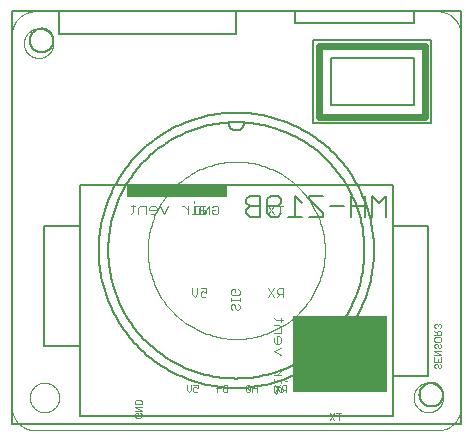
<source format=gbo>
G75*
%MOIN*%
%OFA0B0*%
%FSLAX25Y25*%
%IPPOS*%
%LPD*%
%AMOC8*
5,1,8,0,0,1.08239X$1,22.5*
%
%ADD10C,0.00000*%
%ADD11C,0.00200*%
%ADD12C,0.00500*%
%ADD13C,0.02362*%
%ADD14R,0.31496X0.25591*%
%ADD15R,0.33465X0.03937*%
%ADD16C,0.00300*%
%ADD17C,0.00600*%
%ADD18C,0.00394*%
D10*
X0009474Y0001600D02*
X0143332Y0001600D01*
X0143522Y0001602D01*
X0143712Y0001609D01*
X0143902Y0001621D01*
X0144092Y0001637D01*
X0144281Y0001657D01*
X0144470Y0001683D01*
X0144658Y0001712D01*
X0144845Y0001747D01*
X0145031Y0001786D01*
X0145216Y0001829D01*
X0145401Y0001877D01*
X0145584Y0001929D01*
X0145765Y0001985D01*
X0145945Y0002046D01*
X0146124Y0002112D01*
X0146301Y0002181D01*
X0146477Y0002255D01*
X0146650Y0002333D01*
X0146822Y0002416D01*
X0146991Y0002502D01*
X0147159Y0002592D01*
X0147324Y0002687D01*
X0147487Y0002785D01*
X0147647Y0002888D01*
X0147805Y0002994D01*
X0147960Y0003104D01*
X0148113Y0003217D01*
X0148263Y0003335D01*
X0148409Y0003456D01*
X0148553Y0003580D01*
X0148694Y0003708D01*
X0148832Y0003839D01*
X0148967Y0003974D01*
X0149098Y0004112D01*
X0149226Y0004253D01*
X0149350Y0004397D01*
X0149471Y0004543D01*
X0149589Y0004693D01*
X0149702Y0004846D01*
X0149812Y0005001D01*
X0149918Y0005159D01*
X0150021Y0005319D01*
X0150119Y0005482D01*
X0150214Y0005647D01*
X0150304Y0005815D01*
X0150390Y0005984D01*
X0150473Y0006156D01*
X0150551Y0006329D01*
X0150625Y0006505D01*
X0150694Y0006682D01*
X0150760Y0006861D01*
X0150821Y0007041D01*
X0150877Y0007222D01*
X0150929Y0007405D01*
X0150977Y0007590D01*
X0151020Y0007775D01*
X0151059Y0007961D01*
X0151094Y0008148D01*
X0151123Y0008336D01*
X0151149Y0008525D01*
X0151169Y0008714D01*
X0151185Y0008904D01*
X0151197Y0009094D01*
X0151204Y0009284D01*
X0151206Y0009474D01*
X0151206Y0133490D01*
X0151204Y0133680D01*
X0151197Y0133870D01*
X0151185Y0134060D01*
X0151169Y0134250D01*
X0151149Y0134439D01*
X0151123Y0134628D01*
X0151094Y0134816D01*
X0151059Y0135003D01*
X0151020Y0135189D01*
X0150977Y0135374D01*
X0150929Y0135559D01*
X0150877Y0135742D01*
X0150821Y0135923D01*
X0150760Y0136103D01*
X0150694Y0136282D01*
X0150625Y0136459D01*
X0150551Y0136635D01*
X0150473Y0136808D01*
X0150390Y0136980D01*
X0150304Y0137149D01*
X0150214Y0137317D01*
X0150119Y0137482D01*
X0150021Y0137645D01*
X0149918Y0137805D01*
X0149812Y0137963D01*
X0149702Y0138118D01*
X0149589Y0138271D01*
X0149471Y0138421D01*
X0149350Y0138567D01*
X0149226Y0138711D01*
X0149098Y0138852D01*
X0148967Y0138990D01*
X0148832Y0139125D01*
X0148694Y0139256D01*
X0148553Y0139384D01*
X0148409Y0139508D01*
X0148263Y0139629D01*
X0148113Y0139747D01*
X0147960Y0139860D01*
X0147805Y0139970D01*
X0147647Y0140076D01*
X0147487Y0140179D01*
X0147324Y0140277D01*
X0147159Y0140372D01*
X0146991Y0140462D01*
X0146822Y0140548D01*
X0146650Y0140631D01*
X0146477Y0140709D01*
X0146301Y0140783D01*
X0146124Y0140852D01*
X0145945Y0140918D01*
X0145765Y0140979D01*
X0145584Y0141035D01*
X0145401Y0141087D01*
X0145216Y0141135D01*
X0145031Y0141178D01*
X0144845Y0141217D01*
X0144658Y0141252D01*
X0144470Y0141281D01*
X0144281Y0141307D01*
X0144092Y0141327D01*
X0143902Y0141343D01*
X0143712Y0141355D01*
X0143522Y0141362D01*
X0143332Y0141364D01*
X0009474Y0141364D01*
X0009284Y0141362D01*
X0009094Y0141355D01*
X0008904Y0141343D01*
X0008714Y0141327D01*
X0008525Y0141307D01*
X0008336Y0141281D01*
X0008148Y0141252D01*
X0007961Y0141217D01*
X0007775Y0141178D01*
X0007590Y0141135D01*
X0007405Y0141087D01*
X0007222Y0141035D01*
X0007041Y0140979D01*
X0006861Y0140918D01*
X0006682Y0140852D01*
X0006505Y0140783D01*
X0006329Y0140709D01*
X0006156Y0140631D01*
X0005984Y0140548D01*
X0005815Y0140462D01*
X0005647Y0140372D01*
X0005482Y0140277D01*
X0005319Y0140179D01*
X0005159Y0140076D01*
X0005001Y0139970D01*
X0004846Y0139860D01*
X0004693Y0139747D01*
X0004543Y0139629D01*
X0004397Y0139508D01*
X0004253Y0139384D01*
X0004112Y0139256D01*
X0003974Y0139125D01*
X0003839Y0138990D01*
X0003708Y0138852D01*
X0003580Y0138711D01*
X0003456Y0138567D01*
X0003335Y0138421D01*
X0003217Y0138271D01*
X0003104Y0138118D01*
X0002994Y0137963D01*
X0002888Y0137805D01*
X0002785Y0137645D01*
X0002687Y0137482D01*
X0002592Y0137317D01*
X0002502Y0137149D01*
X0002416Y0136980D01*
X0002333Y0136808D01*
X0002255Y0136635D01*
X0002181Y0136459D01*
X0002112Y0136282D01*
X0002046Y0136103D01*
X0001985Y0135923D01*
X0001929Y0135742D01*
X0001877Y0135559D01*
X0001829Y0135374D01*
X0001786Y0135189D01*
X0001747Y0135003D01*
X0001712Y0134816D01*
X0001683Y0134628D01*
X0001657Y0134439D01*
X0001637Y0134250D01*
X0001621Y0134060D01*
X0001609Y0133870D01*
X0001602Y0133680D01*
X0001600Y0133490D01*
X0001600Y0009474D01*
X0001602Y0009284D01*
X0001609Y0009094D01*
X0001621Y0008904D01*
X0001637Y0008714D01*
X0001657Y0008525D01*
X0001683Y0008336D01*
X0001712Y0008148D01*
X0001747Y0007961D01*
X0001786Y0007775D01*
X0001829Y0007590D01*
X0001877Y0007405D01*
X0001929Y0007222D01*
X0001985Y0007041D01*
X0002046Y0006861D01*
X0002112Y0006682D01*
X0002181Y0006505D01*
X0002255Y0006329D01*
X0002333Y0006156D01*
X0002416Y0005984D01*
X0002502Y0005815D01*
X0002592Y0005647D01*
X0002687Y0005482D01*
X0002785Y0005319D01*
X0002888Y0005159D01*
X0002994Y0005001D01*
X0003104Y0004846D01*
X0003217Y0004693D01*
X0003335Y0004543D01*
X0003456Y0004397D01*
X0003580Y0004253D01*
X0003708Y0004112D01*
X0003839Y0003974D01*
X0003974Y0003839D01*
X0004112Y0003708D01*
X0004253Y0003580D01*
X0004397Y0003456D01*
X0004543Y0003335D01*
X0004693Y0003217D01*
X0004846Y0003104D01*
X0005001Y0002994D01*
X0005159Y0002888D01*
X0005319Y0002785D01*
X0005482Y0002687D01*
X0005647Y0002592D01*
X0005815Y0002502D01*
X0005984Y0002416D01*
X0006156Y0002333D01*
X0006329Y0002255D01*
X0006505Y0002181D01*
X0006682Y0002112D01*
X0006861Y0002046D01*
X0007041Y0001985D01*
X0007222Y0001929D01*
X0007405Y0001877D01*
X0007590Y0001829D01*
X0007775Y0001786D01*
X0007961Y0001747D01*
X0008148Y0001712D01*
X0008336Y0001683D01*
X0008525Y0001657D01*
X0008714Y0001637D01*
X0008904Y0001621D01*
X0009094Y0001609D01*
X0009284Y0001602D01*
X0009474Y0001600D01*
X0007537Y0012589D02*
X0007539Y0012729D01*
X0007545Y0012869D01*
X0007555Y0013008D01*
X0007569Y0013147D01*
X0007587Y0013286D01*
X0007608Y0013424D01*
X0007634Y0013562D01*
X0007664Y0013699D01*
X0007697Y0013834D01*
X0007735Y0013969D01*
X0007776Y0014103D01*
X0007821Y0014236D01*
X0007869Y0014367D01*
X0007922Y0014496D01*
X0007978Y0014625D01*
X0008037Y0014751D01*
X0008101Y0014876D01*
X0008167Y0014999D01*
X0008238Y0015120D01*
X0008311Y0015239D01*
X0008388Y0015356D01*
X0008469Y0015470D01*
X0008552Y0015582D01*
X0008639Y0015692D01*
X0008729Y0015800D01*
X0008821Y0015904D01*
X0008917Y0016006D01*
X0009016Y0016106D01*
X0009117Y0016202D01*
X0009221Y0016296D01*
X0009328Y0016386D01*
X0009437Y0016473D01*
X0009549Y0016558D01*
X0009663Y0016639D01*
X0009779Y0016717D01*
X0009897Y0016791D01*
X0010018Y0016862D01*
X0010140Y0016930D01*
X0010265Y0016994D01*
X0010391Y0017055D01*
X0010518Y0017112D01*
X0010648Y0017165D01*
X0010779Y0017215D01*
X0010911Y0017260D01*
X0011044Y0017303D01*
X0011179Y0017341D01*
X0011314Y0017375D01*
X0011451Y0017406D01*
X0011588Y0017433D01*
X0011726Y0017455D01*
X0011865Y0017474D01*
X0012004Y0017489D01*
X0012143Y0017500D01*
X0012283Y0017507D01*
X0012423Y0017510D01*
X0012563Y0017509D01*
X0012703Y0017504D01*
X0012842Y0017495D01*
X0012982Y0017482D01*
X0013121Y0017465D01*
X0013259Y0017444D01*
X0013397Y0017420D01*
X0013534Y0017391D01*
X0013670Y0017359D01*
X0013805Y0017322D01*
X0013939Y0017282D01*
X0014072Y0017238D01*
X0014203Y0017190D01*
X0014333Y0017139D01*
X0014462Y0017084D01*
X0014589Y0017025D01*
X0014714Y0016962D01*
X0014837Y0016897D01*
X0014959Y0016827D01*
X0015078Y0016754D01*
X0015196Y0016678D01*
X0015311Y0016599D01*
X0015424Y0016516D01*
X0015534Y0016430D01*
X0015642Y0016341D01*
X0015747Y0016249D01*
X0015850Y0016154D01*
X0015950Y0016056D01*
X0016047Y0015956D01*
X0016141Y0015852D01*
X0016233Y0015746D01*
X0016321Y0015638D01*
X0016406Y0015527D01*
X0016488Y0015413D01*
X0016567Y0015297D01*
X0016642Y0015180D01*
X0016714Y0015060D01*
X0016782Y0014938D01*
X0016847Y0014814D01*
X0016909Y0014688D01*
X0016967Y0014561D01*
X0017021Y0014432D01*
X0017072Y0014301D01*
X0017118Y0014169D01*
X0017161Y0014036D01*
X0017201Y0013902D01*
X0017236Y0013767D01*
X0017268Y0013630D01*
X0017295Y0013493D01*
X0017319Y0013355D01*
X0017339Y0013217D01*
X0017355Y0013078D01*
X0017367Y0012938D01*
X0017375Y0012799D01*
X0017379Y0012659D01*
X0017379Y0012519D01*
X0017375Y0012379D01*
X0017367Y0012240D01*
X0017355Y0012100D01*
X0017339Y0011961D01*
X0017319Y0011823D01*
X0017295Y0011685D01*
X0017268Y0011548D01*
X0017236Y0011411D01*
X0017201Y0011276D01*
X0017161Y0011142D01*
X0017118Y0011009D01*
X0017072Y0010877D01*
X0017021Y0010746D01*
X0016967Y0010617D01*
X0016909Y0010490D01*
X0016847Y0010364D01*
X0016782Y0010240D01*
X0016714Y0010118D01*
X0016642Y0009998D01*
X0016567Y0009881D01*
X0016488Y0009765D01*
X0016406Y0009651D01*
X0016321Y0009540D01*
X0016233Y0009432D01*
X0016141Y0009326D01*
X0016047Y0009222D01*
X0015950Y0009122D01*
X0015850Y0009024D01*
X0015747Y0008929D01*
X0015642Y0008837D01*
X0015534Y0008748D01*
X0015424Y0008662D01*
X0015311Y0008579D01*
X0015196Y0008500D01*
X0015078Y0008424D01*
X0014959Y0008351D01*
X0014837Y0008281D01*
X0014714Y0008216D01*
X0014589Y0008153D01*
X0014462Y0008094D01*
X0014333Y0008039D01*
X0014203Y0007988D01*
X0014072Y0007940D01*
X0013939Y0007896D01*
X0013805Y0007856D01*
X0013670Y0007819D01*
X0013534Y0007787D01*
X0013397Y0007758D01*
X0013259Y0007734D01*
X0013121Y0007713D01*
X0012982Y0007696D01*
X0012842Y0007683D01*
X0012703Y0007674D01*
X0012563Y0007669D01*
X0012423Y0007668D01*
X0012283Y0007671D01*
X0012143Y0007678D01*
X0012004Y0007689D01*
X0011865Y0007704D01*
X0011726Y0007723D01*
X0011588Y0007745D01*
X0011451Y0007772D01*
X0011314Y0007803D01*
X0011179Y0007837D01*
X0011044Y0007875D01*
X0010911Y0007918D01*
X0010779Y0007963D01*
X0010648Y0008013D01*
X0010518Y0008066D01*
X0010391Y0008123D01*
X0010265Y0008184D01*
X0010140Y0008248D01*
X0010018Y0008316D01*
X0009897Y0008387D01*
X0009779Y0008461D01*
X0009663Y0008539D01*
X0009549Y0008620D01*
X0009437Y0008705D01*
X0009328Y0008792D01*
X0009221Y0008882D01*
X0009117Y0008976D01*
X0009016Y0009072D01*
X0008917Y0009172D01*
X0008821Y0009274D01*
X0008729Y0009378D01*
X0008639Y0009486D01*
X0008552Y0009596D01*
X0008469Y0009708D01*
X0008388Y0009822D01*
X0008311Y0009939D01*
X0008238Y0010058D01*
X0008167Y0010179D01*
X0008101Y0010302D01*
X0008037Y0010427D01*
X0007978Y0010553D01*
X0007922Y0010682D01*
X0007869Y0010811D01*
X0007821Y0010942D01*
X0007776Y0011075D01*
X0007735Y0011209D01*
X0007697Y0011344D01*
X0007664Y0011479D01*
X0007634Y0011616D01*
X0007608Y0011754D01*
X0007587Y0011892D01*
X0007569Y0012031D01*
X0007555Y0012170D01*
X0007545Y0012309D01*
X0007539Y0012449D01*
X0007537Y0012589D01*
X0005586Y0130686D02*
X0005588Y0130826D01*
X0005594Y0130966D01*
X0005604Y0131105D01*
X0005618Y0131244D01*
X0005636Y0131383D01*
X0005657Y0131521D01*
X0005683Y0131659D01*
X0005713Y0131796D01*
X0005746Y0131931D01*
X0005784Y0132066D01*
X0005825Y0132200D01*
X0005870Y0132333D01*
X0005918Y0132464D01*
X0005971Y0132593D01*
X0006027Y0132722D01*
X0006086Y0132848D01*
X0006150Y0132973D01*
X0006216Y0133096D01*
X0006287Y0133217D01*
X0006360Y0133336D01*
X0006437Y0133453D01*
X0006518Y0133567D01*
X0006601Y0133679D01*
X0006688Y0133789D01*
X0006778Y0133897D01*
X0006870Y0134001D01*
X0006966Y0134103D01*
X0007065Y0134203D01*
X0007166Y0134299D01*
X0007270Y0134393D01*
X0007377Y0134483D01*
X0007486Y0134570D01*
X0007598Y0134655D01*
X0007712Y0134736D01*
X0007828Y0134814D01*
X0007946Y0134888D01*
X0008067Y0134959D01*
X0008189Y0135027D01*
X0008314Y0135091D01*
X0008440Y0135152D01*
X0008567Y0135209D01*
X0008697Y0135262D01*
X0008828Y0135312D01*
X0008960Y0135357D01*
X0009093Y0135400D01*
X0009228Y0135438D01*
X0009363Y0135472D01*
X0009500Y0135503D01*
X0009637Y0135530D01*
X0009775Y0135552D01*
X0009914Y0135571D01*
X0010053Y0135586D01*
X0010192Y0135597D01*
X0010332Y0135604D01*
X0010472Y0135607D01*
X0010612Y0135606D01*
X0010752Y0135601D01*
X0010891Y0135592D01*
X0011031Y0135579D01*
X0011170Y0135562D01*
X0011308Y0135541D01*
X0011446Y0135517D01*
X0011583Y0135488D01*
X0011719Y0135456D01*
X0011854Y0135419D01*
X0011988Y0135379D01*
X0012121Y0135335D01*
X0012252Y0135287D01*
X0012382Y0135236D01*
X0012511Y0135181D01*
X0012638Y0135122D01*
X0012763Y0135059D01*
X0012886Y0134994D01*
X0013008Y0134924D01*
X0013127Y0134851D01*
X0013245Y0134775D01*
X0013360Y0134696D01*
X0013473Y0134613D01*
X0013583Y0134527D01*
X0013691Y0134438D01*
X0013796Y0134346D01*
X0013899Y0134251D01*
X0013999Y0134153D01*
X0014096Y0134053D01*
X0014190Y0133949D01*
X0014282Y0133843D01*
X0014370Y0133735D01*
X0014455Y0133624D01*
X0014537Y0133510D01*
X0014616Y0133394D01*
X0014691Y0133277D01*
X0014763Y0133157D01*
X0014831Y0133035D01*
X0014896Y0132911D01*
X0014958Y0132785D01*
X0015016Y0132658D01*
X0015070Y0132529D01*
X0015121Y0132398D01*
X0015167Y0132266D01*
X0015210Y0132133D01*
X0015250Y0131999D01*
X0015285Y0131864D01*
X0015317Y0131727D01*
X0015344Y0131590D01*
X0015368Y0131452D01*
X0015388Y0131314D01*
X0015404Y0131175D01*
X0015416Y0131035D01*
X0015424Y0130896D01*
X0015428Y0130756D01*
X0015428Y0130616D01*
X0015424Y0130476D01*
X0015416Y0130337D01*
X0015404Y0130197D01*
X0015388Y0130058D01*
X0015368Y0129920D01*
X0015344Y0129782D01*
X0015317Y0129645D01*
X0015285Y0129508D01*
X0015250Y0129373D01*
X0015210Y0129239D01*
X0015167Y0129106D01*
X0015121Y0128974D01*
X0015070Y0128843D01*
X0015016Y0128714D01*
X0014958Y0128587D01*
X0014896Y0128461D01*
X0014831Y0128337D01*
X0014763Y0128215D01*
X0014691Y0128095D01*
X0014616Y0127978D01*
X0014537Y0127862D01*
X0014455Y0127748D01*
X0014370Y0127637D01*
X0014282Y0127529D01*
X0014190Y0127423D01*
X0014096Y0127319D01*
X0013999Y0127219D01*
X0013899Y0127121D01*
X0013796Y0127026D01*
X0013691Y0126934D01*
X0013583Y0126845D01*
X0013473Y0126759D01*
X0013360Y0126676D01*
X0013245Y0126597D01*
X0013127Y0126521D01*
X0013008Y0126448D01*
X0012886Y0126378D01*
X0012763Y0126313D01*
X0012638Y0126250D01*
X0012511Y0126191D01*
X0012382Y0126136D01*
X0012252Y0126085D01*
X0012121Y0126037D01*
X0011988Y0125993D01*
X0011854Y0125953D01*
X0011719Y0125916D01*
X0011583Y0125884D01*
X0011446Y0125855D01*
X0011308Y0125831D01*
X0011170Y0125810D01*
X0011031Y0125793D01*
X0010891Y0125780D01*
X0010752Y0125771D01*
X0010612Y0125766D01*
X0010472Y0125765D01*
X0010332Y0125768D01*
X0010192Y0125775D01*
X0010053Y0125786D01*
X0009914Y0125801D01*
X0009775Y0125820D01*
X0009637Y0125842D01*
X0009500Y0125869D01*
X0009363Y0125900D01*
X0009228Y0125934D01*
X0009093Y0125972D01*
X0008960Y0126015D01*
X0008828Y0126060D01*
X0008697Y0126110D01*
X0008567Y0126163D01*
X0008440Y0126220D01*
X0008314Y0126281D01*
X0008189Y0126345D01*
X0008067Y0126413D01*
X0007946Y0126484D01*
X0007828Y0126558D01*
X0007712Y0126636D01*
X0007598Y0126717D01*
X0007486Y0126802D01*
X0007377Y0126889D01*
X0007270Y0126979D01*
X0007166Y0127073D01*
X0007065Y0127169D01*
X0006966Y0127269D01*
X0006870Y0127371D01*
X0006778Y0127475D01*
X0006688Y0127583D01*
X0006601Y0127693D01*
X0006518Y0127805D01*
X0006437Y0127919D01*
X0006360Y0128036D01*
X0006287Y0128155D01*
X0006216Y0128276D01*
X0006150Y0128399D01*
X0006086Y0128524D01*
X0006027Y0128650D01*
X0005971Y0128779D01*
X0005918Y0128908D01*
X0005870Y0129039D01*
X0005825Y0129172D01*
X0005784Y0129306D01*
X0005746Y0129441D01*
X0005713Y0129576D01*
X0005683Y0129713D01*
X0005657Y0129851D01*
X0005636Y0129989D01*
X0005618Y0130128D01*
X0005604Y0130267D01*
X0005594Y0130406D01*
X0005588Y0130546D01*
X0005586Y0130686D01*
X0135489Y0012589D02*
X0135491Y0012729D01*
X0135497Y0012869D01*
X0135507Y0013008D01*
X0135521Y0013147D01*
X0135539Y0013286D01*
X0135560Y0013424D01*
X0135586Y0013562D01*
X0135616Y0013699D01*
X0135649Y0013834D01*
X0135687Y0013969D01*
X0135728Y0014103D01*
X0135773Y0014236D01*
X0135821Y0014367D01*
X0135874Y0014496D01*
X0135930Y0014625D01*
X0135989Y0014751D01*
X0136053Y0014876D01*
X0136119Y0014999D01*
X0136190Y0015120D01*
X0136263Y0015239D01*
X0136340Y0015356D01*
X0136421Y0015470D01*
X0136504Y0015582D01*
X0136591Y0015692D01*
X0136681Y0015800D01*
X0136773Y0015904D01*
X0136869Y0016006D01*
X0136968Y0016106D01*
X0137069Y0016202D01*
X0137173Y0016296D01*
X0137280Y0016386D01*
X0137389Y0016473D01*
X0137501Y0016558D01*
X0137615Y0016639D01*
X0137731Y0016717D01*
X0137849Y0016791D01*
X0137970Y0016862D01*
X0138092Y0016930D01*
X0138217Y0016994D01*
X0138343Y0017055D01*
X0138470Y0017112D01*
X0138600Y0017165D01*
X0138731Y0017215D01*
X0138863Y0017260D01*
X0138996Y0017303D01*
X0139131Y0017341D01*
X0139266Y0017375D01*
X0139403Y0017406D01*
X0139540Y0017433D01*
X0139678Y0017455D01*
X0139817Y0017474D01*
X0139956Y0017489D01*
X0140095Y0017500D01*
X0140235Y0017507D01*
X0140375Y0017510D01*
X0140515Y0017509D01*
X0140655Y0017504D01*
X0140794Y0017495D01*
X0140934Y0017482D01*
X0141073Y0017465D01*
X0141211Y0017444D01*
X0141349Y0017420D01*
X0141486Y0017391D01*
X0141622Y0017359D01*
X0141757Y0017322D01*
X0141891Y0017282D01*
X0142024Y0017238D01*
X0142155Y0017190D01*
X0142285Y0017139D01*
X0142414Y0017084D01*
X0142541Y0017025D01*
X0142666Y0016962D01*
X0142789Y0016897D01*
X0142911Y0016827D01*
X0143030Y0016754D01*
X0143148Y0016678D01*
X0143263Y0016599D01*
X0143376Y0016516D01*
X0143486Y0016430D01*
X0143594Y0016341D01*
X0143699Y0016249D01*
X0143802Y0016154D01*
X0143902Y0016056D01*
X0143999Y0015956D01*
X0144093Y0015852D01*
X0144185Y0015746D01*
X0144273Y0015638D01*
X0144358Y0015527D01*
X0144440Y0015413D01*
X0144519Y0015297D01*
X0144594Y0015180D01*
X0144666Y0015060D01*
X0144734Y0014938D01*
X0144799Y0014814D01*
X0144861Y0014688D01*
X0144919Y0014561D01*
X0144973Y0014432D01*
X0145024Y0014301D01*
X0145070Y0014169D01*
X0145113Y0014036D01*
X0145153Y0013902D01*
X0145188Y0013767D01*
X0145220Y0013630D01*
X0145247Y0013493D01*
X0145271Y0013355D01*
X0145291Y0013217D01*
X0145307Y0013078D01*
X0145319Y0012938D01*
X0145327Y0012799D01*
X0145331Y0012659D01*
X0145331Y0012519D01*
X0145327Y0012379D01*
X0145319Y0012240D01*
X0145307Y0012100D01*
X0145291Y0011961D01*
X0145271Y0011823D01*
X0145247Y0011685D01*
X0145220Y0011548D01*
X0145188Y0011411D01*
X0145153Y0011276D01*
X0145113Y0011142D01*
X0145070Y0011009D01*
X0145024Y0010877D01*
X0144973Y0010746D01*
X0144919Y0010617D01*
X0144861Y0010490D01*
X0144799Y0010364D01*
X0144734Y0010240D01*
X0144666Y0010118D01*
X0144594Y0009998D01*
X0144519Y0009881D01*
X0144440Y0009765D01*
X0144358Y0009651D01*
X0144273Y0009540D01*
X0144185Y0009432D01*
X0144093Y0009326D01*
X0143999Y0009222D01*
X0143902Y0009122D01*
X0143802Y0009024D01*
X0143699Y0008929D01*
X0143594Y0008837D01*
X0143486Y0008748D01*
X0143376Y0008662D01*
X0143263Y0008579D01*
X0143148Y0008500D01*
X0143030Y0008424D01*
X0142911Y0008351D01*
X0142789Y0008281D01*
X0142666Y0008216D01*
X0142541Y0008153D01*
X0142414Y0008094D01*
X0142285Y0008039D01*
X0142155Y0007988D01*
X0142024Y0007940D01*
X0141891Y0007896D01*
X0141757Y0007856D01*
X0141622Y0007819D01*
X0141486Y0007787D01*
X0141349Y0007758D01*
X0141211Y0007734D01*
X0141073Y0007713D01*
X0140934Y0007696D01*
X0140794Y0007683D01*
X0140655Y0007674D01*
X0140515Y0007669D01*
X0140375Y0007668D01*
X0140235Y0007671D01*
X0140095Y0007678D01*
X0139956Y0007689D01*
X0139817Y0007704D01*
X0139678Y0007723D01*
X0139540Y0007745D01*
X0139403Y0007772D01*
X0139266Y0007803D01*
X0139131Y0007837D01*
X0138996Y0007875D01*
X0138863Y0007918D01*
X0138731Y0007963D01*
X0138600Y0008013D01*
X0138470Y0008066D01*
X0138343Y0008123D01*
X0138217Y0008184D01*
X0138092Y0008248D01*
X0137970Y0008316D01*
X0137849Y0008387D01*
X0137731Y0008461D01*
X0137615Y0008539D01*
X0137501Y0008620D01*
X0137389Y0008705D01*
X0137280Y0008792D01*
X0137173Y0008882D01*
X0137069Y0008976D01*
X0136968Y0009072D01*
X0136869Y0009172D01*
X0136773Y0009274D01*
X0136681Y0009378D01*
X0136591Y0009486D01*
X0136504Y0009596D01*
X0136421Y0009708D01*
X0136340Y0009822D01*
X0136263Y0009939D01*
X0136190Y0010058D01*
X0136119Y0010179D01*
X0136053Y0010302D01*
X0135989Y0010427D01*
X0135930Y0010553D01*
X0135874Y0010682D01*
X0135821Y0010811D01*
X0135773Y0010942D01*
X0135728Y0011075D01*
X0135687Y0011209D01*
X0135649Y0011344D01*
X0135616Y0011479D01*
X0135586Y0011616D01*
X0135560Y0011754D01*
X0135539Y0011892D01*
X0135521Y0012031D01*
X0135507Y0012170D01*
X0135497Y0012309D01*
X0135491Y0012449D01*
X0135489Y0012589D01*
D11*
X0142815Y0022369D02*
X0142448Y0022736D01*
X0142448Y0023470D01*
X0142815Y0023837D01*
X0143182Y0023837D01*
X0143549Y0023470D01*
X0143549Y0022736D01*
X0143916Y0022369D01*
X0144283Y0022369D01*
X0144650Y0022736D01*
X0144650Y0023470D01*
X0144283Y0023837D01*
X0144650Y0024579D02*
X0142448Y0024579D01*
X0142448Y0026047D01*
X0142448Y0026789D02*
X0144650Y0026789D01*
X0142448Y0028257D01*
X0144650Y0028257D01*
X0144283Y0028999D02*
X0143916Y0028999D01*
X0143549Y0029366D01*
X0143549Y0030100D01*
X0143182Y0030467D01*
X0142815Y0030467D01*
X0142448Y0030100D01*
X0142448Y0029366D01*
X0142815Y0028999D01*
X0144283Y0028999D02*
X0144650Y0029366D01*
X0144650Y0030100D01*
X0144283Y0030467D01*
X0144283Y0031209D02*
X0142815Y0031209D01*
X0142448Y0031576D01*
X0142448Y0032310D01*
X0142815Y0032677D01*
X0144283Y0032677D01*
X0144650Y0032310D01*
X0144650Y0031576D01*
X0144283Y0031209D01*
X0144650Y0033419D02*
X0142448Y0033419D01*
X0143182Y0033419D02*
X0143182Y0034520D01*
X0143549Y0034887D01*
X0144283Y0034887D01*
X0144650Y0034520D01*
X0144650Y0033419D01*
X0143182Y0034153D02*
X0142448Y0034887D01*
X0142815Y0035629D02*
X0142448Y0035996D01*
X0142448Y0036730D01*
X0142815Y0037096D01*
X0143182Y0037096D01*
X0143549Y0036730D01*
X0143549Y0036363D01*
X0143549Y0036730D02*
X0143916Y0037096D01*
X0144283Y0037096D01*
X0144650Y0036730D01*
X0144650Y0035996D01*
X0144283Y0035629D01*
X0144650Y0026047D02*
X0144650Y0024579D01*
X0143549Y0024579D02*
X0143549Y0025313D01*
X0111235Y0007407D02*
X0109767Y0007407D01*
X0110501Y0007407D02*
X0110501Y0005206D01*
X0109025Y0005206D02*
X0107557Y0007407D01*
X0109025Y0007407D02*
X0107557Y0005206D01*
X0093035Y0014495D02*
X0093035Y0016697D01*
X0091934Y0016697D01*
X0091568Y0016330D01*
X0091568Y0015596D01*
X0091934Y0015229D01*
X0093035Y0015229D01*
X0092301Y0015229D02*
X0091568Y0014495D01*
X0090826Y0014495D02*
X0089358Y0016697D01*
X0090826Y0016697D02*
X0089358Y0014495D01*
X0083193Y0014495D02*
X0083193Y0015963D01*
X0082459Y0016697D01*
X0081725Y0015963D01*
X0081725Y0014495D01*
X0080983Y0014862D02*
X0079515Y0016330D01*
X0079515Y0014862D01*
X0079882Y0014495D01*
X0080616Y0014495D01*
X0080983Y0014862D01*
X0080983Y0016330D01*
X0080616Y0016697D01*
X0079882Y0016697D01*
X0079515Y0016330D01*
X0081725Y0015596D02*
X0083193Y0015596D01*
X0073350Y0014495D02*
X0072249Y0014495D01*
X0071882Y0014862D01*
X0071882Y0016330D01*
X0072249Y0016697D01*
X0073350Y0016697D01*
X0073350Y0014495D01*
X0071141Y0015596D02*
X0070040Y0016697D01*
X0070040Y0014495D01*
X0069673Y0015596D02*
X0071141Y0015596D01*
X0063508Y0015596D02*
X0062774Y0015963D01*
X0062407Y0015963D01*
X0062040Y0015596D01*
X0062040Y0014862D01*
X0062407Y0014495D01*
X0063141Y0014495D01*
X0063508Y0014862D01*
X0063508Y0015596D02*
X0063508Y0016697D01*
X0062040Y0016697D01*
X0061298Y0016697D02*
X0061298Y0015229D01*
X0060564Y0014495D01*
X0059830Y0015229D01*
X0059830Y0016697D01*
X0044809Y0011418D02*
X0044809Y0010317D01*
X0042607Y0010317D01*
X0042607Y0011418D01*
X0042974Y0011785D01*
X0044442Y0011785D01*
X0044809Y0011418D01*
X0044809Y0009575D02*
X0042607Y0009575D01*
X0044809Y0008107D01*
X0042607Y0008107D01*
X0042974Y0007365D02*
X0042607Y0006998D01*
X0042607Y0006264D01*
X0042974Y0005897D01*
X0044442Y0005897D01*
X0044809Y0006264D01*
X0044809Y0006998D01*
X0044442Y0007365D01*
X0043708Y0007365D02*
X0043708Y0006631D01*
X0043708Y0007365D02*
X0042974Y0007365D01*
D12*
X0001639Y0003726D02*
X0151246Y0003726D01*
X0151246Y0141521D01*
X0076443Y0141521D01*
X0076443Y0133647D01*
X0017387Y0133647D01*
X0017387Y0141521D01*
X0007545Y0131679D02*
X0007547Y0131804D01*
X0007553Y0131929D01*
X0007563Y0132053D01*
X0007577Y0132177D01*
X0007594Y0132301D01*
X0007616Y0132424D01*
X0007642Y0132546D01*
X0007671Y0132668D01*
X0007704Y0132788D01*
X0007742Y0132907D01*
X0007782Y0133026D01*
X0007827Y0133142D01*
X0007875Y0133257D01*
X0007927Y0133371D01*
X0007983Y0133483D01*
X0008042Y0133593D01*
X0008104Y0133701D01*
X0008170Y0133808D01*
X0008239Y0133912D01*
X0008312Y0134013D01*
X0008387Y0134113D01*
X0008466Y0134210D01*
X0008548Y0134304D01*
X0008633Y0134396D01*
X0008720Y0134485D01*
X0008811Y0134571D01*
X0008904Y0134654D01*
X0009000Y0134735D01*
X0009098Y0134812D01*
X0009198Y0134886D01*
X0009301Y0134957D01*
X0009406Y0135024D01*
X0009514Y0135089D01*
X0009623Y0135149D01*
X0009734Y0135207D01*
X0009847Y0135260D01*
X0009961Y0135310D01*
X0010077Y0135357D01*
X0010194Y0135399D01*
X0010313Y0135438D01*
X0010433Y0135474D01*
X0010554Y0135505D01*
X0010676Y0135533D01*
X0010798Y0135556D01*
X0010922Y0135576D01*
X0011046Y0135592D01*
X0011170Y0135604D01*
X0011295Y0135612D01*
X0011420Y0135616D01*
X0011544Y0135616D01*
X0011669Y0135612D01*
X0011794Y0135604D01*
X0011918Y0135592D01*
X0012042Y0135576D01*
X0012166Y0135556D01*
X0012288Y0135533D01*
X0012410Y0135505D01*
X0012531Y0135474D01*
X0012651Y0135438D01*
X0012770Y0135399D01*
X0012887Y0135357D01*
X0013003Y0135310D01*
X0013117Y0135260D01*
X0013230Y0135207D01*
X0013341Y0135149D01*
X0013451Y0135089D01*
X0013558Y0135024D01*
X0013663Y0134957D01*
X0013766Y0134886D01*
X0013866Y0134812D01*
X0013964Y0134735D01*
X0014060Y0134654D01*
X0014153Y0134571D01*
X0014244Y0134485D01*
X0014331Y0134396D01*
X0014416Y0134304D01*
X0014498Y0134210D01*
X0014577Y0134113D01*
X0014652Y0134013D01*
X0014725Y0133912D01*
X0014794Y0133808D01*
X0014860Y0133701D01*
X0014922Y0133593D01*
X0014981Y0133483D01*
X0015037Y0133371D01*
X0015089Y0133257D01*
X0015137Y0133142D01*
X0015182Y0133026D01*
X0015222Y0132907D01*
X0015260Y0132788D01*
X0015293Y0132668D01*
X0015322Y0132546D01*
X0015348Y0132424D01*
X0015370Y0132301D01*
X0015387Y0132177D01*
X0015401Y0132053D01*
X0015411Y0131929D01*
X0015417Y0131804D01*
X0015419Y0131679D01*
X0015417Y0131554D01*
X0015411Y0131429D01*
X0015401Y0131305D01*
X0015387Y0131181D01*
X0015370Y0131057D01*
X0015348Y0130934D01*
X0015322Y0130812D01*
X0015293Y0130690D01*
X0015260Y0130570D01*
X0015222Y0130451D01*
X0015182Y0130332D01*
X0015137Y0130216D01*
X0015089Y0130101D01*
X0015037Y0129987D01*
X0014981Y0129875D01*
X0014922Y0129765D01*
X0014860Y0129657D01*
X0014794Y0129550D01*
X0014725Y0129446D01*
X0014652Y0129345D01*
X0014577Y0129245D01*
X0014498Y0129148D01*
X0014416Y0129054D01*
X0014331Y0128962D01*
X0014244Y0128873D01*
X0014153Y0128787D01*
X0014060Y0128704D01*
X0013964Y0128623D01*
X0013866Y0128546D01*
X0013766Y0128472D01*
X0013663Y0128401D01*
X0013558Y0128334D01*
X0013450Y0128269D01*
X0013341Y0128209D01*
X0013230Y0128151D01*
X0013117Y0128098D01*
X0013003Y0128048D01*
X0012887Y0128001D01*
X0012770Y0127959D01*
X0012651Y0127920D01*
X0012531Y0127884D01*
X0012410Y0127853D01*
X0012288Y0127825D01*
X0012166Y0127802D01*
X0012042Y0127782D01*
X0011918Y0127766D01*
X0011794Y0127754D01*
X0011669Y0127746D01*
X0011544Y0127742D01*
X0011420Y0127742D01*
X0011295Y0127746D01*
X0011170Y0127754D01*
X0011046Y0127766D01*
X0010922Y0127782D01*
X0010798Y0127802D01*
X0010676Y0127825D01*
X0010554Y0127853D01*
X0010433Y0127884D01*
X0010313Y0127920D01*
X0010194Y0127959D01*
X0010077Y0128001D01*
X0009961Y0128048D01*
X0009847Y0128098D01*
X0009734Y0128151D01*
X0009623Y0128209D01*
X0009513Y0128269D01*
X0009406Y0128334D01*
X0009301Y0128401D01*
X0009198Y0128472D01*
X0009098Y0128546D01*
X0009000Y0128623D01*
X0008904Y0128704D01*
X0008811Y0128787D01*
X0008720Y0128873D01*
X0008633Y0128962D01*
X0008548Y0129054D01*
X0008466Y0129148D01*
X0008387Y0129245D01*
X0008312Y0129345D01*
X0008239Y0129446D01*
X0008170Y0129550D01*
X0008104Y0129657D01*
X0008042Y0129765D01*
X0007983Y0129875D01*
X0007927Y0129987D01*
X0007875Y0130101D01*
X0007827Y0130216D01*
X0007782Y0130332D01*
X0007742Y0130451D01*
X0007704Y0130570D01*
X0007671Y0130690D01*
X0007642Y0130812D01*
X0007616Y0130934D01*
X0007594Y0131057D01*
X0007577Y0131181D01*
X0007563Y0131305D01*
X0007553Y0131429D01*
X0007547Y0131554D01*
X0007545Y0131679D01*
X0001639Y0141521D02*
X0001639Y0003726D01*
X0024238Y0006521D02*
X0024238Y0069868D01*
X0012269Y0069868D01*
X0012269Y0029907D01*
X0024120Y0029907D01*
X0024238Y0006521D02*
X0128569Y0006521D01*
X0128569Y0069907D01*
X0140340Y0069907D01*
X0140340Y0019907D01*
X0128608Y0019907D01*
X0137466Y0013569D02*
X0137468Y0013694D01*
X0137474Y0013819D01*
X0137484Y0013943D01*
X0137498Y0014067D01*
X0137515Y0014191D01*
X0137537Y0014314D01*
X0137563Y0014436D01*
X0137592Y0014558D01*
X0137625Y0014678D01*
X0137663Y0014797D01*
X0137703Y0014916D01*
X0137748Y0015032D01*
X0137796Y0015147D01*
X0137848Y0015261D01*
X0137904Y0015373D01*
X0137963Y0015483D01*
X0138025Y0015591D01*
X0138091Y0015698D01*
X0138160Y0015802D01*
X0138233Y0015903D01*
X0138308Y0016003D01*
X0138387Y0016100D01*
X0138469Y0016194D01*
X0138554Y0016286D01*
X0138641Y0016375D01*
X0138732Y0016461D01*
X0138825Y0016544D01*
X0138921Y0016625D01*
X0139019Y0016702D01*
X0139119Y0016776D01*
X0139222Y0016847D01*
X0139327Y0016914D01*
X0139435Y0016979D01*
X0139544Y0017039D01*
X0139655Y0017097D01*
X0139768Y0017150D01*
X0139882Y0017200D01*
X0139998Y0017247D01*
X0140115Y0017289D01*
X0140234Y0017328D01*
X0140354Y0017364D01*
X0140475Y0017395D01*
X0140597Y0017423D01*
X0140719Y0017446D01*
X0140843Y0017466D01*
X0140967Y0017482D01*
X0141091Y0017494D01*
X0141216Y0017502D01*
X0141341Y0017506D01*
X0141465Y0017506D01*
X0141590Y0017502D01*
X0141715Y0017494D01*
X0141839Y0017482D01*
X0141963Y0017466D01*
X0142087Y0017446D01*
X0142209Y0017423D01*
X0142331Y0017395D01*
X0142452Y0017364D01*
X0142572Y0017328D01*
X0142691Y0017289D01*
X0142808Y0017247D01*
X0142924Y0017200D01*
X0143038Y0017150D01*
X0143151Y0017097D01*
X0143262Y0017039D01*
X0143372Y0016979D01*
X0143479Y0016914D01*
X0143584Y0016847D01*
X0143687Y0016776D01*
X0143787Y0016702D01*
X0143885Y0016625D01*
X0143981Y0016544D01*
X0144074Y0016461D01*
X0144165Y0016375D01*
X0144252Y0016286D01*
X0144337Y0016194D01*
X0144419Y0016100D01*
X0144498Y0016003D01*
X0144573Y0015903D01*
X0144646Y0015802D01*
X0144715Y0015698D01*
X0144781Y0015591D01*
X0144843Y0015483D01*
X0144902Y0015373D01*
X0144958Y0015261D01*
X0145010Y0015147D01*
X0145058Y0015032D01*
X0145103Y0014916D01*
X0145143Y0014797D01*
X0145181Y0014678D01*
X0145214Y0014558D01*
X0145243Y0014436D01*
X0145269Y0014314D01*
X0145291Y0014191D01*
X0145308Y0014067D01*
X0145322Y0013943D01*
X0145332Y0013819D01*
X0145338Y0013694D01*
X0145340Y0013569D01*
X0145338Y0013444D01*
X0145332Y0013319D01*
X0145322Y0013195D01*
X0145308Y0013071D01*
X0145291Y0012947D01*
X0145269Y0012824D01*
X0145243Y0012702D01*
X0145214Y0012580D01*
X0145181Y0012460D01*
X0145143Y0012341D01*
X0145103Y0012222D01*
X0145058Y0012106D01*
X0145010Y0011991D01*
X0144958Y0011877D01*
X0144902Y0011765D01*
X0144843Y0011655D01*
X0144781Y0011547D01*
X0144715Y0011440D01*
X0144646Y0011336D01*
X0144573Y0011235D01*
X0144498Y0011135D01*
X0144419Y0011038D01*
X0144337Y0010944D01*
X0144252Y0010852D01*
X0144165Y0010763D01*
X0144074Y0010677D01*
X0143981Y0010594D01*
X0143885Y0010513D01*
X0143787Y0010436D01*
X0143687Y0010362D01*
X0143584Y0010291D01*
X0143479Y0010224D01*
X0143371Y0010159D01*
X0143262Y0010099D01*
X0143151Y0010041D01*
X0143038Y0009988D01*
X0142924Y0009938D01*
X0142808Y0009891D01*
X0142691Y0009849D01*
X0142572Y0009810D01*
X0142452Y0009774D01*
X0142331Y0009743D01*
X0142209Y0009715D01*
X0142087Y0009692D01*
X0141963Y0009672D01*
X0141839Y0009656D01*
X0141715Y0009644D01*
X0141590Y0009636D01*
X0141465Y0009632D01*
X0141341Y0009632D01*
X0141216Y0009636D01*
X0141091Y0009644D01*
X0140967Y0009656D01*
X0140843Y0009672D01*
X0140719Y0009692D01*
X0140597Y0009715D01*
X0140475Y0009743D01*
X0140354Y0009774D01*
X0140234Y0009810D01*
X0140115Y0009849D01*
X0139998Y0009891D01*
X0139882Y0009938D01*
X0139768Y0009988D01*
X0139655Y0010041D01*
X0139544Y0010099D01*
X0139434Y0010159D01*
X0139327Y0010224D01*
X0139222Y0010291D01*
X0139119Y0010362D01*
X0139019Y0010436D01*
X0138921Y0010513D01*
X0138825Y0010594D01*
X0138732Y0010677D01*
X0138641Y0010763D01*
X0138554Y0010852D01*
X0138469Y0010944D01*
X0138387Y0011038D01*
X0138308Y0011135D01*
X0138233Y0011235D01*
X0138160Y0011336D01*
X0138091Y0011440D01*
X0138025Y0011547D01*
X0137963Y0011655D01*
X0137904Y0011765D01*
X0137848Y0011877D01*
X0137796Y0011991D01*
X0137748Y0012106D01*
X0137703Y0012222D01*
X0137663Y0012341D01*
X0137625Y0012460D01*
X0137592Y0012580D01*
X0137563Y0012702D01*
X0137537Y0012824D01*
X0137515Y0012947D01*
X0137498Y0013071D01*
X0137484Y0013195D01*
X0137474Y0013319D01*
X0137468Y0013444D01*
X0137466Y0013569D01*
X0128569Y0069907D02*
X0128569Y0083293D01*
X0024238Y0083293D01*
X0024238Y0069868D01*
X0033686Y0061639D02*
X0033699Y0062687D01*
X0033737Y0063735D01*
X0033802Y0064781D01*
X0033892Y0065826D01*
X0034007Y0066868D01*
X0034148Y0067907D01*
X0034315Y0068942D01*
X0034507Y0069973D01*
X0034724Y0070998D01*
X0034966Y0072018D01*
X0035233Y0073032D01*
X0035525Y0074039D01*
X0035842Y0075039D01*
X0036183Y0076030D01*
X0036548Y0077013D01*
X0036938Y0077986D01*
X0037351Y0078950D01*
X0037787Y0079903D01*
X0038247Y0080845D01*
X0038730Y0081776D01*
X0039235Y0082694D01*
X0039763Y0083600D01*
X0040313Y0084492D01*
X0040885Y0085371D01*
X0041478Y0086236D01*
X0042092Y0087085D01*
X0042727Y0087920D01*
X0043382Y0088738D01*
X0044057Y0089541D01*
X0044752Y0090326D01*
X0045465Y0091094D01*
X0046198Y0091844D01*
X0046948Y0092577D01*
X0047716Y0093290D01*
X0048501Y0093985D01*
X0049304Y0094660D01*
X0050122Y0095315D01*
X0050957Y0095950D01*
X0051806Y0096564D01*
X0052671Y0097157D01*
X0053550Y0097729D01*
X0054442Y0098279D01*
X0055348Y0098807D01*
X0056266Y0099312D01*
X0057197Y0099795D01*
X0058139Y0100255D01*
X0059092Y0100691D01*
X0060056Y0101104D01*
X0061029Y0101494D01*
X0062012Y0101859D01*
X0063003Y0102200D01*
X0064003Y0102517D01*
X0065010Y0102809D01*
X0066024Y0103076D01*
X0067044Y0103318D01*
X0068069Y0103535D01*
X0069100Y0103727D01*
X0070135Y0103894D01*
X0071174Y0104035D01*
X0072216Y0104150D01*
X0073261Y0104240D01*
X0074307Y0104305D01*
X0075355Y0104343D01*
X0076403Y0104356D01*
X0077451Y0104343D01*
X0078499Y0104305D01*
X0079545Y0104240D01*
X0080590Y0104150D01*
X0081632Y0104035D01*
X0082671Y0103894D01*
X0083706Y0103727D01*
X0084737Y0103535D01*
X0085762Y0103318D01*
X0086782Y0103076D01*
X0087796Y0102809D01*
X0088803Y0102517D01*
X0089803Y0102200D01*
X0090794Y0101859D01*
X0091777Y0101494D01*
X0092750Y0101104D01*
X0093714Y0100691D01*
X0094667Y0100255D01*
X0095609Y0099795D01*
X0096540Y0099312D01*
X0097458Y0098807D01*
X0098364Y0098279D01*
X0099256Y0097729D01*
X0100135Y0097157D01*
X0101000Y0096564D01*
X0101849Y0095950D01*
X0102684Y0095315D01*
X0103502Y0094660D01*
X0104305Y0093985D01*
X0105090Y0093290D01*
X0105858Y0092577D01*
X0106608Y0091844D01*
X0107341Y0091094D01*
X0108054Y0090326D01*
X0108749Y0089541D01*
X0109424Y0088738D01*
X0110079Y0087920D01*
X0110714Y0087085D01*
X0111328Y0086236D01*
X0111921Y0085371D01*
X0112493Y0084492D01*
X0113043Y0083600D01*
X0113571Y0082694D01*
X0114076Y0081776D01*
X0114559Y0080845D01*
X0115019Y0079903D01*
X0115455Y0078950D01*
X0115868Y0077986D01*
X0116258Y0077013D01*
X0116623Y0076030D01*
X0116964Y0075039D01*
X0117281Y0074039D01*
X0117573Y0073032D01*
X0117840Y0072018D01*
X0118082Y0070998D01*
X0118299Y0069973D01*
X0118491Y0068942D01*
X0118658Y0067907D01*
X0118799Y0066868D01*
X0118914Y0065826D01*
X0119004Y0064781D01*
X0119069Y0063735D01*
X0119107Y0062687D01*
X0119120Y0061639D01*
X0119107Y0060591D01*
X0119069Y0059543D01*
X0119004Y0058497D01*
X0118914Y0057452D01*
X0118799Y0056410D01*
X0118658Y0055371D01*
X0118491Y0054336D01*
X0118299Y0053305D01*
X0118082Y0052280D01*
X0117840Y0051260D01*
X0117573Y0050246D01*
X0117281Y0049239D01*
X0116964Y0048239D01*
X0116623Y0047248D01*
X0116258Y0046265D01*
X0115868Y0045292D01*
X0115455Y0044328D01*
X0115019Y0043375D01*
X0114559Y0042433D01*
X0114076Y0041502D01*
X0113571Y0040584D01*
X0113043Y0039678D01*
X0112493Y0038786D01*
X0111921Y0037907D01*
X0111328Y0037042D01*
X0110714Y0036193D01*
X0110079Y0035358D01*
X0109424Y0034540D01*
X0108749Y0033737D01*
X0108054Y0032952D01*
X0107341Y0032184D01*
X0106608Y0031434D01*
X0105858Y0030701D01*
X0105090Y0029988D01*
X0104305Y0029293D01*
X0103502Y0028618D01*
X0102684Y0027963D01*
X0101849Y0027328D01*
X0101000Y0026714D01*
X0100135Y0026121D01*
X0099256Y0025549D01*
X0098364Y0024999D01*
X0097458Y0024471D01*
X0096540Y0023966D01*
X0095609Y0023483D01*
X0094667Y0023023D01*
X0093714Y0022587D01*
X0092750Y0022174D01*
X0091777Y0021784D01*
X0090794Y0021419D01*
X0089803Y0021078D01*
X0088803Y0020761D01*
X0087796Y0020469D01*
X0086782Y0020202D01*
X0085762Y0019960D01*
X0084737Y0019743D01*
X0083706Y0019551D01*
X0082671Y0019384D01*
X0081632Y0019243D01*
X0080590Y0019128D01*
X0079545Y0019038D01*
X0078499Y0018973D01*
X0077451Y0018935D01*
X0076403Y0018922D01*
X0075355Y0018935D01*
X0074307Y0018973D01*
X0073261Y0019038D01*
X0072216Y0019128D01*
X0071174Y0019243D01*
X0070135Y0019384D01*
X0069100Y0019551D01*
X0068069Y0019743D01*
X0067044Y0019960D01*
X0066024Y0020202D01*
X0065010Y0020469D01*
X0064003Y0020761D01*
X0063003Y0021078D01*
X0062012Y0021419D01*
X0061029Y0021784D01*
X0060056Y0022174D01*
X0059092Y0022587D01*
X0058139Y0023023D01*
X0057197Y0023483D01*
X0056266Y0023966D01*
X0055348Y0024471D01*
X0054442Y0024999D01*
X0053550Y0025549D01*
X0052671Y0026121D01*
X0051806Y0026714D01*
X0050957Y0027328D01*
X0050122Y0027963D01*
X0049304Y0028618D01*
X0048501Y0029293D01*
X0047716Y0029988D01*
X0046948Y0030701D01*
X0046198Y0031434D01*
X0045465Y0032184D01*
X0044752Y0032952D01*
X0044057Y0033737D01*
X0043382Y0034540D01*
X0042727Y0035358D01*
X0042092Y0036193D01*
X0041478Y0037042D01*
X0040885Y0037907D01*
X0040313Y0038786D01*
X0039763Y0039678D01*
X0039235Y0040584D01*
X0038730Y0041502D01*
X0038247Y0042433D01*
X0037787Y0043375D01*
X0037351Y0044328D01*
X0036938Y0045292D01*
X0036548Y0046265D01*
X0036183Y0047248D01*
X0035842Y0048239D01*
X0035525Y0049239D01*
X0035233Y0050246D01*
X0034966Y0051260D01*
X0034724Y0052280D01*
X0034507Y0053305D01*
X0034315Y0054336D01*
X0034148Y0055371D01*
X0034007Y0056410D01*
X0033892Y0057452D01*
X0033802Y0058497D01*
X0033737Y0059543D01*
X0033699Y0060591D01*
X0033686Y0061639D01*
X0030537Y0061639D02*
X0030551Y0062765D01*
X0030592Y0063890D01*
X0030661Y0065013D01*
X0030758Y0066135D01*
X0030882Y0067253D01*
X0031033Y0068369D01*
X0031212Y0069480D01*
X0031418Y0070587D01*
X0031651Y0071688D01*
X0031912Y0072784D01*
X0032198Y0073872D01*
X0032512Y0074953D01*
X0032852Y0076026D01*
X0033218Y0077091D01*
X0033610Y0078146D01*
X0034028Y0079191D01*
X0034472Y0080226D01*
X0034941Y0081249D01*
X0035434Y0082261D01*
X0035953Y0083260D01*
X0036496Y0084246D01*
X0037062Y0085219D01*
X0037653Y0086177D01*
X0038267Y0087121D01*
X0038904Y0088049D01*
X0039563Y0088961D01*
X0040245Y0089857D01*
X0040948Y0090736D01*
X0041673Y0091597D01*
X0042419Y0092441D01*
X0043185Y0093265D01*
X0043971Y0094071D01*
X0044777Y0094857D01*
X0045601Y0095623D01*
X0046445Y0096369D01*
X0047306Y0097094D01*
X0048185Y0097797D01*
X0049081Y0098479D01*
X0049993Y0099138D01*
X0050921Y0099775D01*
X0051865Y0100389D01*
X0052823Y0100980D01*
X0053796Y0101546D01*
X0054782Y0102089D01*
X0055781Y0102608D01*
X0056793Y0103101D01*
X0057816Y0103570D01*
X0058851Y0104014D01*
X0059896Y0104432D01*
X0060951Y0104824D01*
X0062016Y0105190D01*
X0063089Y0105530D01*
X0064170Y0105844D01*
X0065258Y0106130D01*
X0066354Y0106391D01*
X0067455Y0106624D01*
X0068562Y0106830D01*
X0069673Y0107009D01*
X0070789Y0107160D01*
X0071907Y0107284D01*
X0073029Y0107381D01*
X0074152Y0107450D01*
X0075277Y0107491D01*
X0076403Y0107505D01*
X0077529Y0107491D01*
X0078654Y0107450D01*
X0079777Y0107381D01*
X0080899Y0107284D01*
X0082017Y0107160D01*
X0083133Y0107009D01*
X0084244Y0106830D01*
X0085351Y0106624D01*
X0086452Y0106391D01*
X0087548Y0106130D01*
X0088636Y0105844D01*
X0089717Y0105530D01*
X0090790Y0105190D01*
X0091855Y0104824D01*
X0092910Y0104432D01*
X0093955Y0104014D01*
X0094990Y0103570D01*
X0096013Y0103101D01*
X0097025Y0102608D01*
X0098024Y0102089D01*
X0099010Y0101546D01*
X0099983Y0100980D01*
X0100941Y0100389D01*
X0101885Y0099775D01*
X0102813Y0099138D01*
X0103725Y0098479D01*
X0104621Y0097797D01*
X0105500Y0097094D01*
X0106361Y0096369D01*
X0107205Y0095623D01*
X0108029Y0094857D01*
X0108835Y0094071D01*
X0109621Y0093265D01*
X0110387Y0092441D01*
X0111133Y0091597D01*
X0111858Y0090736D01*
X0112561Y0089857D01*
X0113243Y0088961D01*
X0113902Y0088049D01*
X0114539Y0087121D01*
X0115153Y0086177D01*
X0115744Y0085219D01*
X0116310Y0084246D01*
X0116853Y0083260D01*
X0117372Y0082261D01*
X0117865Y0081249D01*
X0118334Y0080226D01*
X0118778Y0079191D01*
X0119196Y0078146D01*
X0119588Y0077091D01*
X0119954Y0076026D01*
X0120294Y0074953D01*
X0120608Y0073872D01*
X0120894Y0072784D01*
X0121155Y0071688D01*
X0121388Y0070587D01*
X0121594Y0069480D01*
X0121773Y0068369D01*
X0121924Y0067253D01*
X0122048Y0066135D01*
X0122145Y0065013D01*
X0122214Y0063890D01*
X0122255Y0062765D01*
X0122269Y0061639D01*
X0122255Y0060513D01*
X0122214Y0059388D01*
X0122145Y0058265D01*
X0122048Y0057143D01*
X0121924Y0056025D01*
X0121773Y0054909D01*
X0121594Y0053798D01*
X0121388Y0052691D01*
X0121155Y0051590D01*
X0120894Y0050494D01*
X0120608Y0049406D01*
X0120294Y0048325D01*
X0119954Y0047252D01*
X0119588Y0046187D01*
X0119196Y0045132D01*
X0118778Y0044087D01*
X0118334Y0043052D01*
X0117865Y0042029D01*
X0117372Y0041017D01*
X0116853Y0040018D01*
X0116310Y0039032D01*
X0115744Y0038059D01*
X0115153Y0037101D01*
X0114539Y0036157D01*
X0113902Y0035229D01*
X0113243Y0034317D01*
X0112561Y0033421D01*
X0111858Y0032542D01*
X0111133Y0031681D01*
X0110387Y0030837D01*
X0109621Y0030013D01*
X0108835Y0029207D01*
X0108029Y0028421D01*
X0107205Y0027655D01*
X0106361Y0026909D01*
X0105500Y0026184D01*
X0104621Y0025481D01*
X0103725Y0024799D01*
X0102813Y0024140D01*
X0101885Y0023503D01*
X0100941Y0022889D01*
X0099983Y0022298D01*
X0099010Y0021732D01*
X0098024Y0021189D01*
X0097025Y0020670D01*
X0096013Y0020177D01*
X0094990Y0019708D01*
X0093955Y0019264D01*
X0092910Y0018846D01*
X0091855Y0018454D01*
X0090790Y0018088D01*
X0089717Y0017748D01*
X0088636Y0017434D01*
X0087548Y0017148D01*
X0086452Y0016887D01*
X0085351Y0016654D01*
X0084244Y0016448D01*
X0083133Y0016269D01*
X0082017Y0016118D01*
X0080899Y0015994D01*
X0079777Y0015897D01*
X0078654Y0015828D01*
X0077529Y0015787D01*
X0076403Y0015773D01*
X0075277Y0015787D01*
X0074152Y0015828D01*
X0073029Y0015897D01*
X0071907Y0015994D01*
X0070789Y0016118D01*
X0069673Y0016269D01*
X0068562Y0016448D01*
X0067455Y0016654D01*
X0066354Y0016887D01*
X0065258Y0017148D01*
X0064170Y0017434D01*
X0063089Y0017748D01*
X0062016Y0018088D01*
X0060951Y0018454D01*
X0059896Y0018846D01*
X0058851Y0019264D01*
X0057816Y0019708D01*
X0056793Y0020177D01*
X0055781Y0020670D01*
X0054782Y0021189D01*
X0053796Y0021732D01*
X0052823Y0022298D01*
X0051865Y0022889D01*
X0050921Y0023503D01*
X0049993Y0024140D01*
X0049081Y0024799D01*
X0048185Y0025481D01*
X0047306Y0026184D01*
X0046445Y0026909D01*
X0045601Y0027655D01*
X0044777Y0028421D01*
X0043971Y0029207D01*
X0043185Y0030013D01*
X0042419Y0030837D01*
X0041673Y0031681D01*
X0040948Y0032542D01*
X0040245Y0033421D01*
X0039563Y0034317D01*
X0038904Y0035229D01*
X0038267Y0036157D01*
X0037653Y0037101D01*
X0037062Y0038059D01*
X0036496Y0039032D01*
X0035953Y0040018D01*
X0035434Y0041017D01*
X0034941Y0042029D01*
X0034472Y0043052D01*
X0034028Y0044087D01*
X0033610Y0045132D01*
X0033218Y0046187D01*
X0032852Y0047252D01*
X0032512Y0048325D01*
X0032198Y0049406D01*
X0031912Y0050494D01*
X0031651Y0051590D01*
X0031418Y0052691D01*
X0031212Y0053798D01*
X0031033Y0054909D01*
X0030882Y0056025D01*
X0030758Y0057143D01*
X0030661Y0058265D01*
X0030592Y0059388D01*
X0030551Y0060513D01*
X0030537Y0061639D01*
X0073903Y0104139D02*
X0073905Y0104041D01*
X0073911Y0103943D01*
X0073920Y0103845D01*
X0073934Y0103748D01*
X0073951Y0103651D01*
X0073972Y0103555D01*
X0073997Y0103460D01*
X0074025Y0103366D01*
X0074058Y0103274D01*
X0074093Y0103182D01*
X0074133Y0103092D01*
X0074175Y0103004D01*
X0074222Y0102917D01*
X0074271Y0102833D01*
X0074324Y0102750D01*
X0074380Y0102670D01*
X0074440Y0102591D01*
X0074502Y0102515D01*
X0074567Y0102442D01*
X0074635Y0102371D01*
X0074706Y0102303D01*
X0074779Y0102238D01*
X0074855Y0102176D01*
X0074934Y0102116D01*
X0075014Y0102060D01*
X0075097Y0102007D01*
X0075181Y0101958D01*
X0075268Y0101911D01*
X0075356Y0101869D01*
X0075446Y0101829D01*
X0075538Y0101794D01*
X0075630Y0101761D01*
X0075724Y0101733D01*
X0075819Y0101708D01*
X0075915Y0101687D01*
X0076012Y0101670D01*
X0076109Y0101656D01*
X0076207Y0101647D01*
X0076305Y0101641D01*
X0076403Y0101639D01*
X0076501Y0101641D01*
X0076599Y0101647D01*
X0076697Y0101656D01*
X0076794Y0101670D01*
X0076891Y0101687D01*
X0076987Y0101708D01*
X0077082Y0101733D01*
X0077176Y0101761D01*
X0077268Y0101794D01*
X0077360Y0101829D01*
X0077450Y0101869D01*
X0077538Y0101911D01*
X0077625Y0101958D01*
X0077709Y0102007D01*
X0077792Y0102060D01*
X0077872Y0102116D01*
X0077951Y0102176D01*
X0078027Y0102238D01*
X0078100Y0102303D01*
X0078171Y0102371D01*
X0078239Y0102442D01*
X0078304Y0102515D01*
X0078366Y0102591D01*
X0078426Y0102670D01*
X0078482Y0102750D01*
X0078535Y0102833D01*
X0078584Y0102917D01*
X0078631Y0103004D01*
X0078673Y0103092D01*
X0078713Y0103182D01*
X0078748Y0103274D01*
X0078781Y0103366D01*
X0078809Y0103460D01*
X0078834Y0103555D01*
X0078855Y0103651D01*
X0078872Y0103748D01*
X0078886Y0103845D01*
X0078895Y0103943D01*
X0078901Y0104041D01*
X0078903Y0104139D01*
X0102033Y0104120D02*
X0102033Y0131679D01*
X0141403Y0131679D01*
X0141403Y0104120D01*
X0102033Y0104120D01*
X0107939Y0110025D02*
X0107939Y0125773D01*
X0135498Y0125773D01*
X0135498Y0110025D01*
X0107939Y0110025D01*
X0096128Y0137584D02*
X0096128Y0141521D01*
X0096128Y0137584D02*
X0135498Y0137584D01*
X0135498Y0141521D01*
X0076443Y0141521D02*
X0001639Y0141521D01*
D13*
X0104002Y0129710D02*
X0104002Y0106088D01*
X0139435Y0106088D01*
X0139435Y0129710D01*
X0104002Y0129710D01*
D14*
X0110852Y0027191D03*
D15*
X0056718Y0081324D03*
D16*
X0058458Y0076262D02*
X0059075Y0076262D01*
X0060310Y0075028D01*
X0060310Y0076262D02*
X0060310Y0073793D01*
X0061531Y0073793D02*
X0062765Y0073793D01*
X0063003Y0073600D02*
X0062520Y0074084D01*
X0062520Y0076019D01*
X0063003Y0076503D01*
X0064455Y0076503D01*
X0064455Y0073600D01*
X0063003Y0073600D01*
X0062148Y0073793D02*
X0062148Y0076262D01*
X0062765Y0076262D01*
X0063979Y0075645D02*
X0063979Y0073793D01*
X0065831Y0073793D01*
X0066448Y0074410D01*
X0065831Y0075028D01*
X0063979Y0075028D01*
X0063979Y0075645D02*
X0064597Y0076262D01*
X0065831Y0076262D01*
X0065466Y0076503D02*
X0065466Y0073600D01*
X0067401Y0076503D01*
X0067401Y0073600D01*
X0068413Y0074084D02*
X0068413Y0075052D01*
X0069380Y0075052D01*
X0068413Y0076019D02*
X0068896Y0076503D01*
X0069864Y0076503D01*
X0070348Y0076019D01*
X0070348Y0074084D01*
X0069864Y0073600D01*
X0068896Y0073600D01*
X0068413Y0074084D01*
X0062148Y0077496D02*
X0062148Y0078114D01*
X0053557Y0076262D02*
X0052323Y0073793D01*
X0051088Y0076262D01*
X0049874Y0075645D02*
X0049257Y0076262D01*
X0048023Y0076262D01*
X0047405Y0075645D01*
X0047405Y0075028D01*
X0049874Y0075028D01*
X0049874Y0075645D02*
X0049874Y0074410D01*
X0049257Y0073793D01*
X0048023Y0073793D01*
X0046191Y0073793D02*
X0046191Y0076262D01*
X0044339Y0076262D01*
X0043722Y0075645D01*
X0043722Y0073793D01*
X0041891Y0074410D02*
X0041273Y0073793D01*
X0041891Y0074410D02*
X0041891Y0076879D01*
X0042508Y0076262D02*
X0041273Y0076262D01*
X0061529Y0048944D02*
X0061529Y0047009D01*
X0062497Y0046041D01*
X0063464Y0047009D01*
X0063464Y0048944D01*
X0064476Y0048944D02*
X0066411Y0048944D01*
X0066411Y0047493D01*
X0065443Y0047976D01*
X0064959Y0047976D01*
X0064476Y0047493D01*
X0064476Y0046525D01*
X0064959Y0046041D01*
X0065927Y0046041D01*
X0066411Y0046525D01*
X0074585Y0047184D02*
X0075068Y0046700D01*
X0077003Y0046700D01*
X0077487Y0047184D01*
X0077487Y0048151D01*
X0077003Y0048635D01*
X0076036Y0048635D02*
X0076036Y0047668D01*
X0076036Y0048635D02*
X0075068Y0048635D01*
X0074585Y0048151D01*
X0074585Y0047184D01*
X0074585Y0045703D02*
X0074585Y0044736D01*
X0074585Y0045220D02*
X0077487Y0045220D01*
X0077487Y0045703D02*
X0077487Y0044736D01*
X0077003Y0043724D02*
X0077487Y0043241D01*
X0077487Y0042273D01*
X0077003Y0041789D01*
X0076520Y0041789D01*
X0076036Y0042273D01*
X0076036Y0043241D01*
X0075552Y0043724D01*
X0075068Y0043724D01*
X0074585Y0043241D01*
X0074585Y0042273D01*
X0075068Y0041789D01*
X0087120Y0046041D02*
X0089055Y0048944D01*
X0090066Y0048460D02*
X0090066Y0047493D01*
X0090550Y0047009D01*
X0092001Y0047009D01*
X0091034Y0047009D02*
X0090066Y0046041D01*
X0089055Y0046041D02*
X0087120Y0048944D01*
X0090066Y0048460D02*
X0090550Y0048944D01*
X0092001Y0048944D01*
X0092001Y0046041D01*
X0091321Y0039072D02*
X0091321Y0037838D01*
X0091938Y0038455D02*
X0089470Y0038455D01*
X0088852Y0039072D01*
X0088852Y0036623D02*
X0090704Y0036623D01*
X0091321Y0036006D01*
X0091321Y0034155D01*
X0088852Y0034155D01*
X0090087Y0032940D02*
X0090087Y0030472D01*
X0089470Y0030472D02*
X0090704Y0030472D01*
X0091321Y0031089D01*
X0091321Y0032323D01*
X0090704Y0032940D01*
X0090087Y0032940D01*
X0088852Y0032323D02*
X0088852Y0031089D01*
X0089470Y0030472D01*
X0091321Y0029257D02*
X0088852Y0028023D01*
X0091321Y0026788D01*
X0091321Y0021888D02*
X0091321Y0021270D01*
X0090087Y0020036D01*
X0091321Y0020036D02*
X0088852Y0020036D01*
X0088852Y0018815D02*
X0088852Y0017581D01*
X0088852Y0018198D02*
X0091321Y0018198D01*
X0091321Y0017581D01*
X0090704Y0016366D02*
X0088852Y0016366D01*
X0088852Y0014515D01*
X0089470Y0013897D01*
X0090087Y0014515D01*
X0090087Y0016366D01*
X0090704Y0016366D02*
X0091321Y0015749D01*
X0091321Y0014515D01*
X0092556Y0018198D02*
X0093173Y0018198D01*
X0091034Y0073600D02*
X0091034Y0076503D01*
X0092001Y0076503D02*
X0090066Y0076503D01*
X0089055Y0076503D02*
X0087120Y0073600D01*
X0089055Y0073600D02*
X0087120Y0076503D01*
D17*
X0086728Y0076346D02*
X0090231Y0076346D01*
X0091398Y0077514D01*
X0091398Y0078682D01*
X0090231Y0079849D01*
X0087895Y0079849D01*
X0086728Y0078682D01*
X0086728Y0074011D01*
X0087895Y0072843D01*
X0090231Y0072843D01*
X0091398Y0074011D01*
X0093726Y0072843D02*
X0098396Y0072843D01*
X0100724Y0072843D02*
X0105394Y0072843D01*
X0105394Y0074011D01*
X0100724Y0078682D01*
X0100724Y0079849D01*
X0105394Y0079849D01*
X0107722Y0076346D02*
X0112392Y0076346D01*
X0114720Y0076346D02*
X0119390Y0076346D01*
X0119390Y0072843D02*
X0119390Y0079849D01*
X0121718Y0079849D02*
X0121718Y0072843D01*
X0126388Y0072843D02*
X0126388Y0079849D01*
X0124053Y0077514D01*
X0121718Y0079849D01*
X0114720Y0079849D02*
X0114720Y0072843D01*
X0098396Y0077514D02*
X0096061Y0079849D01*
X0096061Y0072843D01*
X0084400Y0072843D02*
X0080897Y0072843D01*
X0079730Y0074011D01*
X0079730Y0075179D01*
X0080897Y0076346D01*
X0084400Y0076346D01*
X0080897Y0076346D02*
X0079730Y0077514D01*
X0079730Y0078682D01*
X0080897Y0079849D01*
X0084400Y0079849D01*
X0084400Y0072843D01*
D18*
X0046875Y0061639D02*
X0046884Y0062364D01*
X0046911Y0063088D01*
X0046955Y0063811D01*
X0047017Y0064533D01*
X0047097Y0065254D01*
X0047195Y0065972D01*
X0047310Y0066687D01*
X0047442Y0067400D01*
X0047592Y0068109D01*
X0047760Y0068814D01*
X0047945Y0069514D01*
X0048146Y0070211D01*
X0048365Y0070901D01*
X0048601Y0071587D01*
X0048854Y0072266D01*
X0049123Y0072939D01*
X0049408Y0073605D01*
X0049710Y0074264D01*
X0050028Y0074915D01*
X0050362Y0075558D01*
X0050711Y0076193D01*
X0051076Y0076819D01*
X0051456Y0077436D01*
X0051851Y0078044D01*
X0052261Y0078641D01*
X0052686Y0079229D01*
X0053125Y0079806D01*
X0053578Y0080371D01*
X0054044Y0080926D01*
X0054524Y0081469D01*
X0055017Y0082000D01*
X0055524Y0082518D01*
X0056042Y0083025D01*
X0056573Y0083518D01*
X0057116Y0083998D01*
X0057671Y0084464D01*
X0058236Y0084917D01*
X0058813Y0085356D01*
X0059401Y0085781D01*
X0059998Y0086191D01*
X0060606Y0086586D01*
X0061223Y0086966D01*
X0061849Y0087331D01*
X0062484Y0087680D01*
X0063127Y0088014D01*
X0063778Y0088332D01*
X0064437Y0088634D01*
X0065103Y0088919D01*
X0065776Y0089188D01*
X0066455Y0089441D01*
X0067141Y0089677D01*
X0067831Y0089896D01*
X0068528Y0090097D01*
X0069228Y0090282D01*
X0069933Y0090450D01*
X0070642Y0090600D01*
X0071355Y0090732D01*
X0072070Y0090847D01*
X0072788Y0090945D01*
X0073509Y0091025D01*
X0074231Y0091087D01*
X0074954Y0091131D01*
X0075678Y0091158D01*
X0076403Y0091167D01*
X0077128Y0091158D01*
X0077852Y0091131D01*
X0078575Y0091087D01*
X0079297Y0091025D01*
X0080018Y0090945D01*
X0080736Y0090847D01*
X0081451Y0090732D01*
X0082164Y0090600D01*
X0082873Y0090450D01*
X0083578Y0090282D01*
X0084278Y0090097D01*
X0084975Y0089896D01*
X0085665Y0089677D01*
X0086351Y0089441D01*
X0087030Y0089188D01*
X0087703Y0088919D01*
X0088369Y0088634D01*
X0089028Y0088332D01*
X0089679Y0088014D01*
X0090322Y0087680D01*
X0090957Y0087331D01*
X0091583Y0086966D01*
X0092200Y0086586D01*
X0092808Y0086191D01*
X0093405Y0085781D01*
X0093993Y0085356D01*
X0094570Y0084917D01*
X0095135Y0084464D01*
X0095690Y0083998D01*
X0096233Y0083518D01*
X0096764Y0083025D01*
X0097282Y0082518D01*
X0097789Y0082000D01*
X0098282Y0081469D01*
X0098762Y0080926D01*
X0099228Y0080371D01*
X0099681Y0079806D01*
X0100120Y0079229D01*
X0100545Y0078641D01*
X0100955Y0078044D01*
X0101350Y0077436D01*
X0101730Y0076819D01*
X0102095Y0076193D01*
X0102444Y0075558D01*
X0102778Y0074915D01*
X0103096Y0074264D01*
X0103398Y0073605D01*
X0103683Y0072939D01*
X0103952Y0072266D01*
X0104205Y0071587D01*
X0104441Y0070901D01*
X0104660Y0070211D01*
X0104861Y0069514D01*
X0105046Y0068814D01*
X0105214Y0068109D01*
X0105364Y0067400D01*
X0105496Y0066687D01*
X0105611Y0065972D01*
X0105709Y0065254D01*
X0105789Y0064533D01*
X0105851Y0063811D01*
X0105895Y0063088D01*
X0105922Y0062364D01*
X0105931Y0061639D01*
X0105922Y0060914D01*
X0105895Y0060190D01*
X0105851Y0059467D01*
X0105789Y0058745D01*
X0105709Y0058024D01*
X0105611Y0057306D01*
X0105496Y0056591D01*
X0105364Y0055878D01*
X0105214Y0055169D01*
X0105046Y0054464D01*
X0104861Y0053764D01*
X0104660Y0053067D01*
X0104441Y0052377D01*
X0104205Y0051691D01*
X0103952Y0051012D01*
X0103683Y0050339D01*
X0103398Y0049673D01*
X0103096Y0049014D01*
X0102778Y0048363D01*
X0102444Y0047720D01*
X0102095Y0047085D01*
X0101730Y0046459D01*
X0101350Y0045842D01*
X0100955Y0045234D01*
X0100545Y0044637D01*
X0100120Y0044049D01*
X0099681Y0043472D01*
X0099228Y0042907D01*
X0098762Y0042352D01*
X0098282Y0041809D01*
X0097789Y0041278D01*
X0097282Y0040760D01*
X0096764Y0040253D01*
X0096233Y0039760D01*
X0095690Y0039280D01*
X0095135Y0038814D01*
X0094570Y0038361D01*
X0093993Y0037922D01*
X0093405Y0037497D01*
X0092808Y0037087D01*
X0092200Y0036692D01*
X0091583Y0036312D01*
X0090957Y0035947D01*
X0090322Y0035598D01*
X0089679Y0035264D01*
X0089028Y0034946D01*
X0088369Y0034644D01*
X0087703Y0034359D01*
X0087030Y0034090D01*
X0086351Y0033837D01*
X0085665Y0033601D01*
X0084975Y0033382D01*
X0084278Y0033181D01*
X0083578Y0032996D01*
X0082873Y0032828D01*
X0082164Y0032678D01*
X0081451Y0032546D01*
X0080736Y0032431D01*
X0080018Y0032333D01*
X0079297Y0032253D01*
X0078575Y0032191D01*
X0077852Y0032147D01*
X0077128Y0032120D01*
X0076403Y0032111D01*
X0075678Y0032120D01*
X0074954Y0032147D01*
X0074231Y0032191D01*
X0073509Y0032253D01*
X0072788Y0032333D01*
X0072070Y0032431D01*
X0071355Y0032546D01*
X0070642Y0032678D01*
X0069933Y0032828D01*
X0069228Y0032996D01*
X0068528Y0033181D01*
X0067831Y0033382D01*
X0067141Y0033601D01*
X0066455Y0033837D01*
X0065776Y0034090D01*
X0065103Y0034359D01*
X0064437Y0034644D01*
X0063778Y0034946D01*
X0063127Y0035264D01*
X0062484Y0035598D01*
X0061849Y0035947D01*
X0061223Y0036312D01*
X0060606Y0036692D01*
X0059998Y0037087D01*
X0059401Y0037497D01*
X0058813Y0037922D01*
X0058236Y0038361D01*
X0057671Y0038814D01*
X0057116Y0039280D01*
X0056573Y0039760D01*
X0056042Y0040253D01*
X0055524Y0040760D01*
X0055017Y0041278D01*
X0054524Y0041809D01*
X0054044Y0042352D01*
X0053578Y0042907D01*
X0053125Y0043472D01*
X0052686Y0044049D01*
X0052261Y0044637D01*
X0051851Y0045234D01*
X0051456Y0045842D01*
X0051076Y0046459D01*
X0050711Y0047085D01*
X0050362Y0047720D01*
X0050028Y0048363D01*
X0049710Y0049014D01*
X0049408Y0049673D01*
X0049123Y0050339D01*
X0048854Y0051012D01*
X0048601Y0051691D01*
X0048365Y0052377D01*
X0048146Y0053067D01*
X0047945Y0053764D01*
X0047760Y0054464D01*
X0047592Y0055169D01*
X0047442Y0055878D01*
X0047310Y0056591D01*
X0047195Y0057306D01*
X0047097Y0058024D01*
X0047017Y0058745D01*
X0046955Y0059467D01*
X0046911Y0060190D01*
X0046884Y0060914D01*
X0046875Y0061639D01*
M02*

</source>
